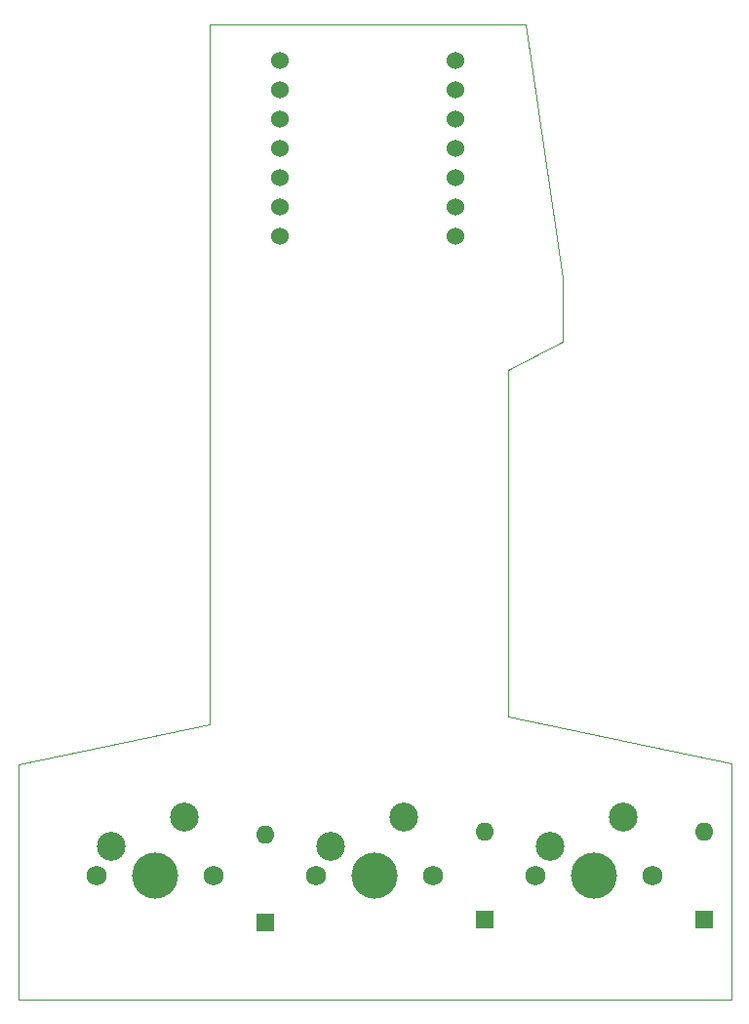
<source format=gbs>
G04 #@! TF.GenerationSoftware,KiCad,Pcbnew,9.0.2*
G04 #@! TF.CreationDate,2025-07-01T11:42:46-07:00*
G04 #@! TF.ProjectId,osu_keypad,6f73755f-6b65-4797-9061-642e6b696361,rev?*
G04 #@! TF.SameCoordinates,Original*
G04 #@! TF.FileFunction,Soldermask,Bot*
G04 #@! TF.FilePolarity,Negative*
%FSLAX46Y46*%
G04 Gerber Fmt 4.6, Leading zero omitted, Abs format (unit mm)*
G04 Created by KiCad (PCBNEW 9.0.2) date 2025-07-01 11:42:46*
%MOMM*%
%LPD*%
G01*
G04 APERTURE LIST*
%ADD10C,1.524000*%
%ADD11C,1.750000*%
%ADD12C,4.000000*%
%ADD13C,2.500000*%
%ADD14R,1.600000X1.600000*%
%ADD15O,1.600000X1.600000*%
G04 #@! TA.AperFunction,Profile*
%ADD16C,0.050000*%
G04 #@! TD*
G04 APERTURE END LIST*
D10*
X109650000Y-68580000D03*
X109650000Y-71120000D03*
X109650000Y-73660000D03*
X109650000Y-76200000D03*
X109650000Y-78740000D03*
X109650000Y-81280000D03*
X109650000Y-83820000D03*
X124890000Y-83820000D03*
X124890000Y-81280000D03*
X124890000Y-78740000D03*
X124890000Y-76200000D03*
X124890000Y-73660000D03*
X124890000Y-71120000D03*
X124890000Y-68580000D03*
D11*
X131841875Y-139303125D03*
D12*
X136921875Y-139303125D03*
D11*
X142001875Y-139303125D03*
D13*
X133111875Y-136763125D03*
X139461875Y-134223125D03*
D11*
X93741875Y-139303125D03*
D12*
X98821875Y-139303125D03*
D11*
X103901875Y-139303125D03*
D13*
X95011875Y-136763125D03*
X101361875Y-134223125D03*
D11*
X112791875Y-139303125D03*
D12*
X117871875Y-139303125D03*
D11*
X122951875Y-139303125D03*
D13*
X114061875Y-136763125D03*
X120411875Y-134223125D03*
D14*
X146446875Y-143113125D03*
D15*
X146446875Y-135493125D03*
D14*
X127396875Y-143113125D03*
D15*
X127396875Y-135493125D03*
D14*
X108346875Y-143351250D03*
D15*
X108346875Y-135731250D03*
D16*
X129425000Y-95405000D02*
X134165000Y-92945000D01*
X103584375Y-65484375D02*
X103584375Y-126206250D01*
X129435000Y-125465000D02*
X129425000Y-95405000D01*
X86915625Y-150018750D02*
X148828125Y-150018750D01*
X134165000Y-87495000D02*
X130968750Y-65484375D01*
X86925000Y-129625000D02*
X103584375Y-126206250D01*
X148828125Y-150018750D02*
X148828125Y-129525000D01*
X86915625Y-150018750D02*
X86925000Y-129625000D01*
X134165000Y-92945000D02*
X134165000Y-87495000D01*
X130968750Y-65484375D02*
X103584375Y-65484375D01*
X148828125Y-129525000D02*
X129435000Y-125465000D01*
M02*

</source>
